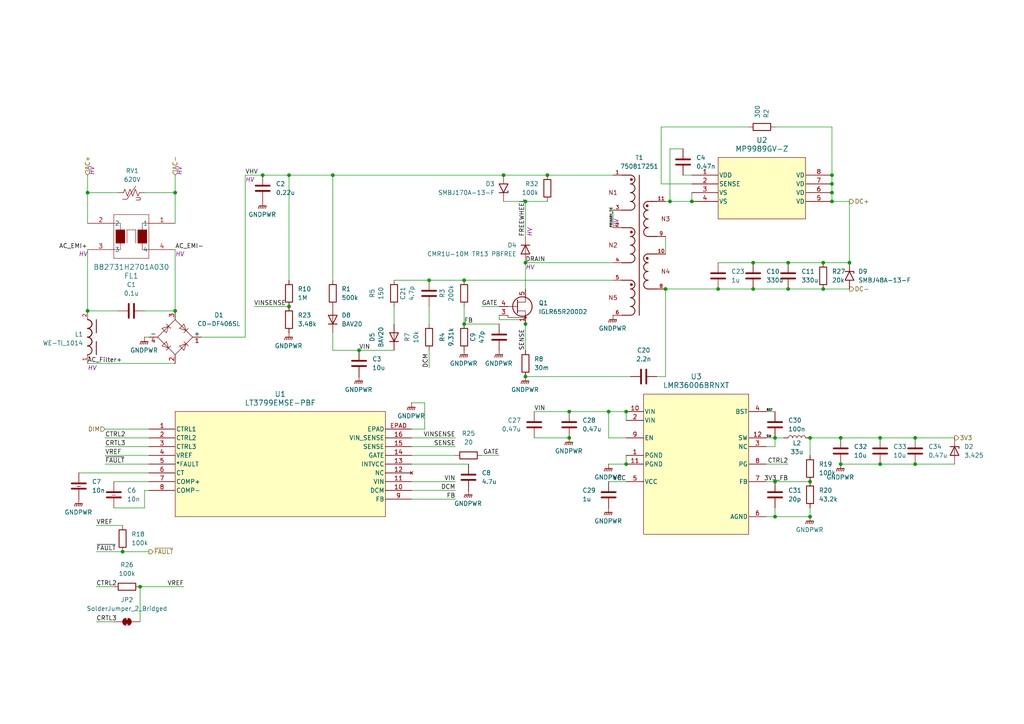
<source format=kicad_sch>
(kicad_sch (version 20250114) (generator "eeschema") (generator_version "9.0")
  (paper "A4")
  (title_block (title "Replacable LED COB Lamp") (date "2025-04-08") (rev "0") (company "WPI ECE2799 D25") (comment 1 "Raymond, Daniel") (comment 2 "Hogan, Rye") (comment 3 "Bryan, Tahje"))
  (lib_symbols
    (symbol "2024-04-12_02-42-06:LMR36006BRNXT" (pin_names (offset 0.254))
      (property "Reference" "U" (at 0 2.54 0))
      (property "Value" "LMR36006BRNXT" (at 0 0 0))
      (symbol "LMR36006BRNXT_0_1"
        (pin power_in line (at -20.32 15.24 0) (length 5.08) (name "VIN") (number "10"))
        (pin power_in line (at -20.32 12.7 0) (length 5.08) (name "VIN") (number "2"))
        (pin input line (at -20.32 7.62 0) (length 5.08) (name "EN") (number "9"))
        (pin power_in line (at -20.32 2.54 0) (length 5.08) (name "PGND") (number "1"))
        (pin power_in line (at -20.32 0 0) (length 5.08) (name "PGND") (number "11"))
        (pin power_in line (at -20.32 -5.08 0) (length 5.08) (name "VCC") (number "5"))
        (pin unspecified line (at 20.32 15.24 180) (length 5.08) (name "BST") (number "4"))
        (pin power_in line (at 20.32 7.62 180) (length 5.08) (name "SW") (number "12"))
        (pin unspecified line (at 20.32 5.08 180) (length 5.08) (name "NC") (number "3"))
        (pin open_collector line (at 20.32 0 180) (length 5.08) (name "PG") (number "8"))
        (pin input line (at 20.32 -5.08 180) (length 5.08) (name "FB") (number "7"))
        (pin power_in line (at 20.32 -15.24 180) (length 5.08) (name "AGND") (number "6"))
      )
    )
    (symbol "2025-03-24_14-38-25:LT3799EMSE-PBF" (pin_names (offset 0.254))
      (property "Reference" "U" (at 38.1 10.16 0))
      (property "Value" "LT3799EMSE-PBF" (at 38.1 7.62 0))
      (symbol "LT3799EMSE-PBF_0_1"
        (pin output line (at 0 0 0) (length 7.62) (name "CTRL1") (number "1"))
        (pin output line (at 0 -2.54 0) (length 7.62) (name "CTRL2") (number "2"))
        (pin output line (at 0 -5.08 0) (length 7.62) (name "CTRL3") (number "3"))
        (pin output line (at 0 -7.62 0) (length 7.62) (name "VREF") (number "4"))
        (pin unspecified line (at 0 -10.16 0) (length 7.62) (name "*FAULT") (number "5"))
        (pin unspecified line (at 0 -12.7 0) (length 7.62) (name "CT") (number "6"))
        (pin unspecified line (at 0 -15.24 0) (length 7.62) (name "COMP+") (number "7"))
        (pin unspecified line (at 0 -17.78 0) (length 7.62) (name "COMP-") (number "8"))
        (pin unspecified line (at 76.2 0 180) (length 7.62) (name "EPAD") (number "EPAD"))
        (pin output line (at 76.2 -2.54 180) (length 7.62) (name "VIN_SENSE") (number "16"))
        (pin input line (at 76.2 -5.08 180) (length 7.62) (name "SENSE") (number "15"))
        (pin output line (at 76.2 -7.62 180) (length 7.62) (name "GATE") (number "14"))
        (pin unspecified line (at 76.2 -10.16 180) (length 7.62) (name "INTVCC") (number "13"))
        (pin no_connect line (at 76.2 -12.7 180) (length 7.62) (name "NC") (number "12"))
        (pin input line (at 76.2 -15.24 180) (length 7.62) (name "VIN") (number "11"))
        (pin unspecified line (at 76.2 -17.78 180) (length 7.62) (name "DCM") (number "10"))
        (pin unspecified line (at 76.2 -20.32 180) (length 7.62) (name "FB") (number "9"))
      )
    )
    (symbol "2025-03-24_21-25-24:MP9989GV-Z" (pin_names (offset 0.254))
      (property "Reference" "U" (at 20.32 10.16 0))
      (property "Value" "MP9989GV-Z" (at 20.32 7.62 0))
      (symbol "MP9989GV-Z_0_1"
        (pin power_in line (at 0 0 0) (length 7.62) (name "VDD") (number "1"))
        (pin input line (at 0 -2.54 0) (length 7.62) (name "SENSE") (number "2"))
        (pin unspecified line (at 0 -5.08 0) (length 7.62) (name "VS") (number "3"))
        (pin unspecified line (at 0 -7.62 0) (length 7.62) (name "VS") (number "4"))
        (pin unspecified line (at 40.64 0 180) (length 7.62) (name "VD") (number "8"))
        (pin unspecified line (at 40.64 -2.54 180) (length 7.62) (name "VD") (number "7"))
        (pin unspecified line (at 40.64 -5.08 180) (length 7.62) (name "VD") (number "6"))
        (pin unspecified line (at 40.64 -7.62 180) (length 7.62) (name "VD") (number "5"))
      )
    )
    (symbol "2025-03-24_21-45-16:B82731H2701A030" (pin_names (offset 0.254))
      (property "Reference" "FL" (at 13.335 8.255 0))
      (property "Value" "B82731H2701A030" (at 20.32 5.08 0))
      (symbol "B82731H2701A030_0_1"
        (pin unspecified line (at 0 0 0) (length 7.62) (name "1") (number "1"))
        (pin unspecified line (at 0 -7.62 0) (length 7.62) (name "4") (number "4"))
        (pin unspecified line (at 25.4 0 180) (length 7.62) (name "2") (number "2"))
        (pin unspecified line (at 25.4 -7.62 180) (length 7.62) (name "3") (number "3"))
      )
    )
    (symbol "2025-04-05_10-38-24:IGLR65R200D2" (pin_names (offset 0) (hide yes))
      (property "Reference" "Q" (at 5.08 1.905 0))
      (property "Value" "IGLR65R200D2" (at 5.08 0 0))
      (symbol "IGLR65R200D2_1_1"
        (pin input line (at -5.08 0 0) (length 2.54) (name "G") (number "4"))
        (pin passive line (at -5.08 -2.54 0) (length 2.54) (name "SS") (number "3"))
        (pin passive line (at 2.54 5.08 270) (length 2.54) (name "D") (number "5"))
        (pin passive line (at 2.54 5.08 270) (length 2.54) (hide yes) (name "D") (number "6"))
        (pin passive line (at 2.54 5.08 270) (length 2.54) (hide yes) (name "D") (number "7"))
        (pin passive line (at 2.54 5.08 270) (length 2.54) (hide yes) (name "D") (number "8"))
        (pin passive line (at 2.54 -5.08 90) (length 2.54) (name "S") (number "1"))
        (pin passive line (at 2.54 -5.08 90) (length 2.54) (hide yes) (name "S") (number "2"))
        (pin passive line (at 2.54 -5.08 90) (length 2.54) (hide yes) (name "S") (number "9"))
      )
    )
    (symbol "750817251:750817251" (pin_names (offset 1.016))
      (property "Reference" "T1" (at 0 25.4 0))
      (property "Value" "750817251" (at 0 22.86 0))
      (symbol "750817251_0_0"
        (text "N1" (at -7.62 15.24 0) (effects (font (size 1.27 1.27))))
        (text "N2" (at -7.62 0 0) (effects (font (size 1.27 1.27))))
        (text "N5" (at -7.62 -15.24 0) (effects (font (size 1.27 1.27))))
        (text "N3" (at 7.62 7.62 0) (effects (font (size 1.27 1.27))))
        (text "N4" (at 7.62 -7.62 0) (effects (font (size 1.27 1.27))))
        (pin passive line (at -7.62 20.32 0) (length 2.54) (name "~") (number "1"))
        (pin passive line (at -7.62 10.16 0) (length 2.54) (name "~") (number "3"))
        (pin passive line (at -7.62 5.08 0) (length 2.54) (name "~") (number "2"))
        (pin passive line (at -7.62 -5.08 0) (length 2.54) (name "~") (number "4"))
        (pin passive line (at -7.62 -10.16 0) (length 2.54) (name "~") (number "5"))
        (pin passive line (at -7.62 -20.32 0) (length 2.54) (name "~") (number "6"))
        (pin passive line (at 7.62 12.7 180) (length 2.54) (name "~") (number "11"))
        (pin passive line (at 7.62 2.54 180) (length 2.54) (name "~") (number "9"))
        (pin passive line (at 7.62 -2.54 180) (length 2.54) (name "~") (number "10"))
        (pin passive line (at 7.62 -12.7 180) (length 2.54) (name "~") (number "8"))
      )
    )
    (symbol "Device:C" (pin_numbers (hide yes)) (pin_names (offset 0.254))
      (property "Reference" "C" (at 0.635 2.54 0))
      (property "Value" "C" (at 0.635 -2.54 0))
      (symbol "C_1_1"
        (pin passive line (at 0 3.81 270) (length 2.794) (name "~") (number "1"))
        (pin passive line (at 0 -3.81 90) (length 2.794) (name "~") (number "2"))
      )
    )
    (symbol "Device:D" (pin_numbers (hide yes)) (pin_names (offset 1.016) (hide yes))
      (property "Reference" "D" (at 0 2.54 0))
      (property "Value" "D" (at 0 -2.54 0))
      (symbol "D_1_1"
        (pin passive line (at -3.81 0 0) (length 2.54) (name "K") (number "1"))
        (pin passive line (at 3.81 0 180) (length 2.54) (name "A") (number "2"))
      )
    )
    (symbol "Device:D_Zener" (pin_numbers (hide yes)) (pin_names (offset 1.016) (hide yes))
      (property "Reference" "D" (at 0 2.54 0))
      (property "Value" "D_Zener" (at 0 -2.54 0))
      (symbol "D_Zener_1_1"
        (pin passive line (at -3.81 0 0) (length 2.54) (name "K") (number "1"))
        (pin passive line (at 3.81 0 180) (length 2.54) (name "A") (number "2"))
      )
    )
    (symbol "Device:L" (pin_numbers (hide yes)) (pin_names (offset 1.016) (hide yes))
      (property "Reference" "L" (at -1.27 0 90))
      (property "Value" "L" (at 1.905 0 90))
      (symbol "L_1_1"
        (pin passive line (at 0 3.81 270) (length 1.27) (name "1") (number "1"))
        (pin passive line (at 0 -3.81 90) (length 1.27) (name "2") (number "2"))
      )
    )
    (symbol "Device:R" (pin_numbers (hide yes)) (pin_names (offset 0))
      (property "Reference" "R" (at 2.032 0 90))
      (property "Value" "R" (at 0 0 90))
      (symbol "R_1_1"
        (pin passive line (at 0 3.81 270) (length 1.27) (name "~") (number "1"))
        (pin passive line (at 0 -3.81 90) (length 1.27) (name "~") (number "2"))
      )
    )
    (symbol "Device:Varistor_US" (pin_numbers (hide yes)) (pin_names (offset 0))
      (property "Reference" "RV" (at 3.175 0 90))
      (property "Value" "Varistor_US" (at -3.175 0 90))
      (symbol "Varistor_US_0_0"
        (text "U" (at -1.778 -2.032 0) (effects (font (size 1.27 1.27))))
      )
      (symbol "Varistor_US_1_1"
        (pin passive line (at 0 3.81 270) (length 1.27) (name "~") (number "1"))
        (pin passive line (at 0 -3.81 90) (length 1.27) (name "~") (number "2"))
      )
    )
    (symbol "Diode:BAV20" (pin_numbers (hide yes)) (pin_names (hide yes))
      (property "Reference" "D" (at 0 2.54 0))
      (property "Value" "BAV20" (at 0 -2.54 0))
      (symbol "BAV20_1_1"
        (pin passive line (at -3.81 0 0) (length 2.54) (name "K") (number "1"))
        (pin passive line (at 3.81 0 180) (length 2.54) (name "A") (number "2"))
      )
    )
    (symbol "Diode:SM6T6V8A" (pin_numbers (hide yes)) (pin_names (offset 1.016) (hide yes))
      (property "Reference" "D" (at 0 2.54 0))
      (property "Value" "SM6T6V8A" (at 0 -2.54 0))
      (symbol "SM6T6V8A_1_1"
        (pin passive line (at -3.81 0 0) (length 2.54) (name "A1") (number "1"))
        (pin passive line (at 3.81 0 180) (length 2.54) (name "A2") (number "2"))
      )
    )
    (symbol "Diode_Bridge:DF10S" (pin_names (offset 0))
      (property "Reference" "D1" (at 12.7 6.4202 0))
      (property "Value" "CD-DF406SL" (at 12.7 3.8802 0))
      (symbol "DF10S_1_1"
        (pin passive line (at -7.62 0 0) (length 2.54) (name "-") (number "4"))
        (pin passive line (at 0 7.62 270) (length 2.54) (name "~") (number "3"))
        (pin passive line (at 0 -7.62 90) (length 2.54) (name "~") (number "2"))
        (pin passive line (at 7.62 0 180) (length 2.54) (name "+") (number "1"))
      )
    )
    (symbol "Jumper:SolderJumper_2_Bridged" (pin_numbers (hide yes)) (pin_names (offset 0) (hide yes)) (exclude_from_sim yes) (in_bom no)
      (property "Reference" "JP" (at 0 2.032 0))
      (property "Value" "SolderJumper_2_Bridged" (at 0 -2.54 0))
      (symbol "SolderJumper_2_Bridged_1_1"
        (pin passive line (at -3.81 0 0) (length 2.54) (name "A") (number "1"))
        (pin passive line (at 3.81 0 180) (length 2.54) (name "B") (number "2"))
      )
    )
    (symbol "WE-TI_1014:WE-TI_1014" (pin_names (offset 1.016))
      (property "Reference" "L" (at 0 3.81 0))
      (property "Value" "WE-TI_1014" (at 0 -2.54 0))
      (symbol "WE-TI_1014_0_0"
        (pin passive line (at -7.62 0 0) (length 2.54) (name "~") (number "1"))
        (pin passive line (at 7.62 0 180) (length 2.54) (name "~") (number "2"))
      )
    )
    (symbol "power:GNDPWR" (power) (pin_numbers (hide yes)) (pin_names (offset 0) (hide yes))
      (property "Value" "GNDPWR" (at 0 -3.302 0))
      (symbol "GNDPWR_1_1"
        (pin power_in line (at 0 0 270) (length 0) (name "~") (number "1"))
      )
    )
  )
  (junction (at 200.66 58.42))
  (junction (at 246.38 76.2))
  (junction (at 224.79 127))
  (junction (at 228.6 76.2))
  (junction (at 83.82 88.9))
  (junction (at 241.3 50.8))
  (junction (at 243.84 134.62))
  (junction (at 208.28 83.82))
  (junction (at 104.14 101.6))
  (junction (at 25.4 55.88))
  (junction (at 241.3 58.42))
  (junction (at 234.95 139.7))
  (junction (at 50.8 55.88))
  (junction (at 238.76 76.2))
  (junction (at 152.4 76.2))
  (junction (at 176.53 119.38))
  (junction (at 194.31 58.42))
  (junction (at 234.95 149.86))
  (junction (at 152.4 58.42))
  (junction (at 243.84 127))
  (junction (at 218.44 76.2))
  (junction (at 152.4 93.98))
  (junction (at 165.1 119.38))
  (junction (at 228.6 83.82))
  (junction (at 40.64 170.18))
  (junction (at 234.95 127))
  (junction (at 181.61 134.62))
  (junction (at 134.62 93.98))
  (junction (at 134.62 81.28))
  (junction (at 193.04 83.82))
  (junction (at 224.79 149.86))
  (junction (at 50.8 90.17))
  (junction (at 76.2 50.8))
  (junction (at 265.43 127))
  (junction (at 255.27 134.62))
  (junction (at 238.76 83.82))
  (junction (at 241.3 53.34))
  (junction (at 124.46 81.28))
  (junction (at 255.27 127))
  (junction (at 83.82 50.8))
  (junction (at 152.4 109.22))
  (junction (at 181.61 119.38))
  (junction (at 218.44 83.82))
  (junction (at 241.3 55.88))
  (junction (at 146.05 50.8))
  (junction (at 158.75 50.8))
  (junction (at 224.79 139.7))
  (junction (at 25.4 90.17))
  (junction (at 96.52 50.8))
  (junction (at 35.56 160.02))
  (junction (at 265.43 134.62))
  (junction (at 165.1 127))
  (wire (pts (xy 191.77 36.83) (xy 191.77 53.34)))
  (wire (pts (xy 152.4 58.42) (xy 158.75 58.42)))
  (wire (pts (xy 243.84 134.62) (xy 255.27 134.62)))
  (wire (pts (xy 224.79 147.32) (xy 224.79 149.86)))
  (wire (pts (xy 119.38 127) (xy 132.08 127)))
  (wire (pts (xy 41.91 97.79) (xy 43.18 97.79)))
  (wire (pts (xy 22.86 137.16) (xy 43.18 137.16)))
  (wire (pts (xy 30.48 134.62) (xy 43.18 134.62)))
  (wire (pts (xy 222.25 129.54) (xy 224.79 129.54)))
  (wire (pts (xy 134.62 88.9) (xy 134.62 93.98)))
  (wire (pts (xy 33.02 147.32) (xy 41.91 147.32)))
  (wire (pts (xy 139.7 88.9) (xy 144.78 88.9)))
  (wire (pts (xy 30.48 124.46) (xy 43.18 124.46)))
  (wire (pts (xy 27.94 170.18) (xy 33.02 170.18)))
  (wire (pts (xy 246.38 58.42) (xy 246.38 76.2)))
  (wire (pts (xy 224.79 36.83) (xy 241.3 36.83)))
  (wire (pts (xy 152.4 92.71) (xy 152.4 93.98)))
  (wire (pts (xy 119.38 144.78) (xy 132.08 144.78)))
  (wire (pts (xy 119.38 116.84) (xy 123.19 116.84)))
  (wire (pts (xy 228.6 76.2) (xy 218.44 76.2)))
  (wire (pts (xy 114.3 88.9) (xy 114.3 93.98)))
  (wire (pts (xy 132.08 129.54) (xy 119.38 129.54)))
  (wire (pts (xy 41.91 147.32) (xy 41.91 142.24)))
  (wire (pts (xy 152.4 58.42) (xy 152.4 68.58)))
  (wire (pts (xy 194.31 58.42) (xy 200.66 58.42)))
  (wire (pts (xy 25.4 90.17) (xy 34.29 90.17)))
  (wire (pts (xy 71.12 97.79) (xy 71.12 50.8)))
  (wire (pts (xy 176.53 139.7) (xy 181.61 139.7)))
  (wire (pts (xy 194.31 58.42) (xy 193.04 58.42)))
  (wire (pts (xy 193.04 68.58) (xy 193.04 73.66)))
  (wire (pts (xy 104.14 101.6) (xy 114.3 101.6)))
  (wire (pts (xy 41.91 55.88) (xy 50.8 55.88)))
  (wire (pts (xy 194.31 43.18) (xy 194.31 58.42)))
  (wire (pts (xy 200.66 55.88) (xy 200.66 58.42)))
  (wire (pts (xy 123.19 124.46) (xy 119.38 124.46)))
  (wire (pts (xy 198.12 43.18) (xy 194.31 43.18)))
  (wire (pts (xy 25.4 50.8) (xy 25.4 55.88)))
  (wire (pts (xy 53.34 170.18) (xy 40.64 170.18)))
  (wire (pts (xy 222.25 127) (xy 224.79 127)))
  (wire (pts (xy 27.94 152.4) (xy 35.56 152.4)))
  (wire (pts (xy 27.94 180.34) (xy 33.02 180.34)))
  (wire (pts (xy 25.4 105.41) (xy 50.8 105.41)))
  (wire (pts (xy 181.61 119.38) (xy 181.61 121.92)))
  (wire (pts (xy 83.82 50.8) (xy 83.82 81.28)))
  (wire (pts (xy 193.04 109.22) (xy 193.04 83.82)))
  (wire (pts (xy 71.12 50.8) (xy 76.2 50.8)))
  (wire (pts (xy 238.76 76.2) (xy 228.6 76.2)))
  (wire (pts (xy 96.52 96.52) (xy 96.52 101.6)))
  (wire (pts (xy 58.42 97.79) (xy 71.12 97.79)))
  (wire (pts (xy 30.48 132.08) (xy 43.18 132.08)))
  (wire (pts (xy 146.05 50.8) (xy 158.75 50.8)))
  (wire (pts (xy 265.43 127) (xy 276.86 127)))
  (wire (pts (xy 238.76 76.2) (xy 246.38 76.2)))
  (wire (pts (xy 152.4 76.2) (xy 152.4 83.82)))
  (wire (pts (xy 119.38 139.7) (xy 132.08 139.7)))
  (wire (pts (xy 190.5 109.22) (xy 193.04 109.22)))
  (wire (pts (xy 33.02 139.7) (xy 43.18 139.7)))
  (wire (pts (xy 96.52 50.8) (xy 96.52 81.28)))
  (wire (pts (xy 193.04 83.82) (xy 208.28 83.82)))
  (wire (pts (xy 224.79 139.7) (xy 234.95 139.7)))
  (wire (pts (xy 152.4 76.2) (xy 177.8 76.2)))
  (wire (pts (xy 238.76 83.82) (xy 246.38 83.82)))
  (wire (pts (xy 234.95 147.32) (xy 234.95 149.86)))
  (wire (pts (xy 234.95 127) (xy 243.84 127)))
  (wire (pts (xy 146.05 58.42) (xy 152.4 58.42)))
  (wire (pts (xy 154.94 119.38) (xy 165.1 119.38)))
  (wire (pts (xy 241.3 55.88) (xy 241.3 58.42)))
  (wire (pts (xy 119.38 134.62) (xy 135.89 134.62)))
  (wire (pts (xy 177.8 60.96) (xy 177.8 66.04)))
  (wire (pts (xy 246.38 58.42) (xy 241.3 58.42)))
  (wire (pts (xy 114.3 81.28) (xy 124.46 81.28)))
  (wire (pts (xy 123.19 116.84) (xy 123.19 124.46)))
  (wire (pts (xy 224.79 127) (xy 227.33 127)))
  (wire (pts (xy 265.43 134.62) (xy 276.86 134.62)))
  (wire (pts (xy 27.94 160.02) (xy 35.56 160.02)))
  (wire (pts (xy 165.1 119.38) (xy 176.53 119.38)))
  (wire (pts (xy 73.66 88.9) (xy 83.82 88.9)))
  (wire (pts (xy 124.46 81.28) (xy 134.62 81.28)))
  (wire (pts (xy 152.4 109.22) (xy 182.88 109.22)))
  (wire (pts (xy 124.46 101.6) (xy 124.46 106.68)))
  (wire (pts (xy 144.78 91.44) (xy 144.78 92.71)))
  (wire (pts (xy 198.12 50.8) (xy 200.66 50.8)))
  (wire (pts (xy 176.53 134.62) (xy 181.61 134.62)))
  (wire (pts (xy 30.48 127) (xy 43.18 127)))
  (wire (pts (xy 158.75 50.8) (xy 177.8 50.8)))
  (wire (pts (xy 224.79 139.7) (xy 222.25 139.7)))
  (wire (pts (xy 119.38 132.08) (xy 132.08 132.08)))
  (wire (pts (xy 218.44 76.2) (xy 208.28 76.2)))
  (wire (pts (xy 241.3 50.8) (xy 241.3 53.34)))
  (wire (pts (xy 255.27 134.62) (xy 265.43 134.62)))
  (wire (pts (xy 41.91 90.17) (xy 50.8 90.17)))
  (wire (pts (xy 96.52 50.8) (xy 146.05 50.8)))
  (wire (pts (xy 222.25 119.38) (xy 224.79 119.38)))
  (wire (pts (xy 255.27 127) (xy 265.43 127)))
  (wire (pts (xy 41.91 142.24) (xy 43.18 142.24)))
  (wire (pts (xy 152.4 93.98) (xy 152.4 101.6)))
  (wire (pts (xy 154.94 127) (xy 165.1 127)))
  (wire (pts (xy 208.28 83.82) (xy 218.44 83.82)))
  (wire (pts (xy 83.82 50.8) (xy 96.52 50.8)))
  (wire (pts (xy 76.2 50.8) (xy 83.82 50.8)))
  (wire (pts (xy 181.61 132.08) (xy 181.61 134.62)))
  (wire (pts (xy 50.8 55.88) (xy 50.8 50.8)))
  (wire (pts (xy 234.95 127) (xy 234.95 132.08)))
  (wire (pts (xy 50.8 90.17) (xy 50.8 72.39)))
  (wire (pts (xy 134.62 81.28) (xy 177.8 81.28)))
  (wire (pts (xy 241.3 36.83) (xy 241.3 50.8)))
  (wire (pts (xy 241.3 53.34) (xy 241.3 55.88)))
  (wire (pts (xy 243.84 127) (xy 255.27 127)))
  (wire (pts (xy 25.4 55.88) (xy 25.4 64.77)))
  (wire (pts (xy 50.8 55.88) (xy 50.8 64.77)))
  (wire (pts (xy 144.78 92.71) (xy 152.4 92.71)))
  (wire (pts (xy 25.4 72.39) (xy 25.4 90.17)))
  (wire (pts (xy 96.52 101.6) (xy 104.14 101.6)))
  (wire (pts (xy 228.6 83.82) (xy 238.76 83.82)))
  (wire (pts (xy 30.48 129.54) (xy 43.18 129.54)))
  (wire (pts (xy 224.79 149.86) (xy 234.95 149.86)))
  (wire (pts (xy 224.79 129.54) (xy 224.79 127)))
  (wire (pts (xy 176.53 119.38) (xy 176.53 127)))
  (wire (pts (xy 222.25 149.86) (xy 224.79 149.86)))
  (wire (pts (xy 217.17 36.83) (xy 191.77 36.83)))
  (wire (pts (xy 25.4 55.88) (xy 34.29 55.88)))
  (wire (pts (xy 144.78 132.08) (xy 139.7 132.08)))
  (wire (pts (xy 134.62 93.98) (xy 144.78 93.98)))
  (wire (pts (xy 176.53 127) (xy 181.61 127)))
  (wire (pts (xy 132.08 142.24) (xy 119.38 142.24)))
  (wire (pts (xy 40.64 170.18) (xy 40.64 180.34)))
  (wire (pts (xy 124.46 88.9) (xy 124.46 93.98)))
  (wire (pts (xy 218.44 83.82) (xy 228.6 83.82)))
  (wire (pts (xy 35.56 160.02) (xy 43.18 160.02)))
  (wire (pts (xy 176.53 119.38) (xy 181.61 119.38)))
  (wire (pts (xy 191.77 53.34) (xy 200.66 53.34)))
  (wire (pts (xy 228.6 134.62) (xy 222.25 134.62)))
  (label "~{FAULT}" (at 30.48 134.62 0))
  (label "VIN" (at 104.14 101.6 0))
  (label "VINSENSE" (at 132.08 127 180))
  (label "VHV" (at 71.12 50.8 0) (property "Netclass" "HV" (at 71.12 52.07 0) (effects (font (italic yes)) (justify left))))
  (label "GATE" (at 139.7 88.9 0))
  (label "SENSE" (at 132.08 129.54 180))
  (label "CRTL3" (at 27.94 180.34 0))
  (label "VINSENSE" (at 73.66 88.9 0))
  (label "AC_Filter+" (at 25.4 105.41 0) (property "Netclass" "HV" (at 25.4 106.68 0) (effects (font (italic yes)) (justify left))))
  (label "DRAIN" (at 152.4 76.2 0) (property "Netclass" "HV" (at 152.4 77.47 0) (effects (font (italic yes)) (justify left))))
  (label "CTRL2" (at 30.48 127 0))
  (label "3V3_FB" (at 228.6 139.7 180))
  (label "PRIMARY_TIE" (at 177.8 66.04 90) (effects (font (size 0.635 0.635))) (property "Netclass" "HV" (at 178.7525 66.04 90) (effects (font (italic yes)) (justify left))))
  (label "FB" (at 134.62 93.98 0))
  (label "CTRL2" (at 228.6 134.62 180))
  (label "FB" (at 132.08 144.78 180))
  (label "CTRL2" (at 27.94 170.18 0))
  (label "~{FAULT}" (at 27.94 160.02 0))
  (label "CRTL3" (at 30.48 129.54 0))
  (label "DCM" (at 132.08 142.24 180))
  (label "VREF" (at 27.94 152.4 0))
  (label "FREEWHEEL" (at 152.4 68.58 90) (property "Netclass" "HV" (at 153.67 68.58 90) (effects (font (italic yes)) (justify left))))
  (label "AC_EMI+" (at 25.4 72.39 180) (property "Netclass" "HV" (at 25.4 73.66 0) (effects (font (italic yes)) (justify right))))
  (label "DCM" (at 124.46 106.68 90))
  (label "GATE" (at 144.78 132.08 180))
  (label "SW" (at 222.25 127 0) (effects (font (size 0.635 0.635))))
  (label "SENSE" (at 152.4 101.6 90))
  (label "VIN" (at 132.08 139.7 180))
  (label "VREF" (at 30.48 132.08 0))
  (label "AC_EMI-" (at 50.8 72.39 0) (property "Netclass" "HV" (at 50.8 73.66 0) (effects (font (italic yes)) (justify left))))
  (label "VIN" (at 154.94 119.38 0))
  (label "VREF" (at 53.34 170.18 180))
  (label "VCC" (at 181.61 139.7 180))
  (label "BST" (at 222.25 119.38 0) (effects (font (size 0.635 0.635))))
  (hierarchical_label "DC-" (shape output) (at 246.38 83.82 0))
  (hierarchical_label "~{FAULT}" (shape output) (at 43.18 160.02 0))
  (hierarchical_label "DIM" (shape input) (at 30.48 124.46 180))
  (hierarchical_label "AC-" (shape input) (at 50.8 50.8 90) (property "Netclass" "HV" (at 52.07 50.8 90) (effects (font (italic yes)) (justify left))))
  (hierarchical_label "AC+" (shape input) (at 25.4 50.8 90) (property "Netclass" "HV" (at 26.67 50.8 90) (effects (font (italic yes)) (justify left))))
  (hierarchical_label "DC+" (shape output) (at 246.38 58.42 0))
  (hierarchical_label "3V3" (shape output) (at 276.86 127 0))
  (symbol (lib_id "power:GNDPWR") (at 176.53 134.62 0) (unit 1)
    (property "Reference" "#PWR033" (effects (hide yes)))
    (property "Value" "GNDPWR" (at 176.403 138.43 0))
    (property "Description" "Power symbol creates a global label with name \"GNDPWR\" , global ground" (effects (hide yes)))
  )
  (symbol (lib_id "Device:C") (at 265.43 130.81 180) (unit 1)
    (property "Reference" "C34" (at 269.24 129.54 0) (effects (justify right)))
    (property "Value" "0.47u" (at 269.24 132.08 0) (effects (justify right)))
    (property "Footprint" "Capacitor_SMD:C_0805_2012Metric" (effects (hide yes)))
  )
  (symbol (lib_id "Device:C") (at 198.12 46.99 0) (unit 1)
    (property "Reference" "C4" (at 201.93 45.7199 0) (effects (justify left)))
    (property "Value" "0.47n" (at 201.93 48.2599 0) (effects (justify left)))
    (property "Footprint" "Capacitor_SMD:C_0603_1608Metric" (effects (hide yes)))
    (property "Description" "Unpolarized capacitor" (effects (hide yes)))
  )
  (symbol (lib_id "Device:C") (at 76.2 54.61 0) (unit 1)
    (property "Reference" "C2" (at 80.01 53.3399 0) (effects (justify left)))
    (property "Value" "0.22u" (at 80.01 55.8799 0) (effects (justify left)))
    (property "Footprint" "Capacitor_THT:C_Rect_L18.0mm_W9.0mm_P15.00mm_FKS3_FKP3" (effects (hide yes)))
    (property "Datasheet" "https://www.we-online.com/components/products/datasheet/890414025003CS.pdf" (effects (hide yes)))
    (property "Description" "Unpolarized capacitor" (effects (hide yes)))
    (property "Part Number" "732-890414025003CS-ND" (effects (hide yes)))
  )
  (symbol (lib_id "Device:R") (at 234.95 135.89 0) (unit 1)
    (property "Reference" "R19" (at 237.49 134.62 0) (effects (justify left)))
    (property "Value" "100k" (at 237.49 137.16 0) (effects (justify left)))
    (property "Footprint" "Resistor_SMD:R_0603_1608Metric" (effects (hide yes)))
  )
  (symbol (lib_id "750817251:750817251") (at 185.42 71.12 0) (unit 1)
    (property "Reference" "T1" (at 185.42 45.72 0))
    (property "Value" "750817251" (at 185.42 48.26 0))
    (property "Footprint" "750817251:WE-OLLT_ER28_14_L31W31H25_PAD1.6" (effects (hide yes)))
    (property "Datasheet" "https://www.we-online.com/components/products/datasheet/750817251.pdf" (effects (hide yes)))
  )
  (symbol (lib_id "Diode_Bridge:DF10S") (at 50.8 97.79 0) (unit 1)
    (property "Reference" "D1" (at 63.5 91.3698 0))
    (property "Value" "CD-DF406SL" (at 63.5 93.9098 0))
    (property "Footprint" "Diode_SMD:Diode_Bridge_Bourns_CD-DF4xxS" (effects (hide yes)))
    (property "Datasheet" "https://www.bourns.com/docs/Product-Datasheets/CD-DF4xxSL.pdf" (effects (hide yes)))
    (property "Description" "Bridge Rectifier, 600V VRPM, 4A If" (effects (hide yes)))
  )
  (symbol (lib_id "Device:R") (at 35.56 156.21 180) (unit 1)
    (property "Reference" "R18" (at 38.1 154.9399 0) (effects (justify right)))
    (property "Value" "100k" (at 38.1 157.4799 0) (effects (justify right)))
    (property "Footprint" "Resistor_SMD:R_0603_1608Metric" (effects (hide yes)))
    (property "Description" "Resistor" (effects (hide yes)))
  )
  (symbol (lib_id "Device:C") (at 218.44 80.01 0) (unit 1)
    (property "Reference" "C10" (at 222.25 78.7399 0) (effects (justify left)))
    (property "Value" "330u" (at 222.25 81.2799 0) (effects (justify left)))
    (property "Footprint" "Capacitor_THT:CP_Radial_D12.5mm_P5.00mm" (effects (hide yes)))
    (property "Datasheet" "https://www.nichicon.co.jp/english/series_items/catalog_pdf/e-ubt.pdf" (effects (hide yes)))
    (property "Description" "Unpolarized capacitor" (effects (hide yes)))
    (property "Part Number" "UBT1J331MHD8-ND" (effects (hide yes)))
  )
  (symbol (lib_id "Device:C") (at 208.28 80.01 0) (unit 1)
    (property "Reference" "C23" (at 212.09 78.7399 0) (effects (justify left)))
    (property "Value" "1u" (at 212.09 81.2799 0) (effects (justify left)))
    (property "Footprint" "Capacitor_SMD:C_1206_3216Metric" (effects (hide yes)))
    (property "Description" "Unpolarized capacitor" (effects (hide yes)))
  )
  (symbol (lib_id "Device:R") (at 152.4 105.41 0) (unit 1)
    (property "Reference" "R8" (at 154.94 104.1399 0) (effects (justify left)))
    (property "Value" "30m" (at 154.94 106.6799 0) (effects (justify left)))
    (property "Footprint" "Resistor_SMD:R_1206_3216Metric" (effects (hide yes)))
    (property "Description" "Resistor" (effects (hide yes)))
  )
  (symbol (lib_id "Device:C") (at 228.6 80.01 0) (unit 1)
    (property "Reference" "C11" (at 232.41 78.7399 0) (effects (justify left)))
    (property "Value" "330u" (at 232.41 81.2799 0) (effects (justify left)))
    (property "Footprint" "Capacitor_THT:CP_Radial_D12.5mm_P5.00mm" (effects (hide yes)))
    (property "Datasheet" "https://www.nichicon.co.jp/english/series_items/catalog_pdf/e-ubt.pdf" (effects (hide yes)))
    (property "Description" "Unpolarized capacitor" (effects (hide yes)))
    (property "Part Number" "UBT1J331MHD8-ND" (effects (hide yes)))
  )
  (symbol (lib_id "Diode:SM6T6V8A") (at 146.05 54.61 270) (mirror x) (unit 1)
    (property "Reference" "D3" (at 143.51 53.3399 90) (effects (justify right)))
    (property "Value" "SMBJ170A-13-F" (at 143.51 55.8799 90) (effects (justify right)))
    (property "Footprint" "Diode_SMD:D_SMB" (effects (hide yes)))
    (property "Datasheet" "https://www.diodes.com/assets/Datasheets/ds19002.pdf" (effects (hide yes)))
    (property "Description" "600W unidirectional Transil Transient Voltage Suppressor, 170Vrwm, DO-214AA" (effects (hide yes)))
    (property "Part Number" "118-CD-DF406SLCT-ND" (effects (hide yes)))
  )
  (symbol (lib_id "power:GNDPWR") (at 119.38 116.84 0) (unit 1)
    (property "Reference" "#PWR045" (effects (hide yes)))
    (property "Value" "GNDPWR" (at 119.253 120.65 0))
    (property "Description" "Power symbol creates a global label with name \"GNDPWR\" , global ground" (effects (hide yes)))
  )
  (symbol (lib_id "Device:R") (at 96.52 85.09 0) (unit 1)
    (property "Reference" "R1" (at 99.06 83.8199 0) (effects (justify left)))
    (property "Value" "500k" (at 99.06 86.3599 0) (effects (justify left)))
    (property "Footprint" "Resistor_SMD:R_1812_4532Metric" (effects (hide yes)))
    (property "Description" "Resistor" (effects (hide yes)))
  )
  (symbol (lib_id "power:GNDPWR") (at 135.89 142.24 0) (unit 1)
    (property "Reference" "#PWR043" (effects (hide yes)))
    (property "Value" "GNDPWR" (at 135.763 146.05 0))
    (property "Description" "Power symbol creates a global label with name \"GNDPWR\" , global ground" (effects (hide yes)))
  )
  (symbol (lib_id "Device:R") (at 158.75 54.61 0) (mirror y) (unit 1)
    (property "Reference" "R32" (at 156.21 53.3399 0) (effects (justify left)))
    (property "Value" "100k" (at 156.21 55.8799 0) (effects (justify left)))
    (property "Footprint" "Resistor_SMD:R_1812_4532Metric" (effects (hide yes)))
    (property "Description" "Resistor" (effects (hide yes)))
  )
  (symbol (lib_id "Device:C") (at 165.1 123.19 180) (unit 1)
    (property "Reference" "C28" (at 168.91 121.9199 0) (effects (justify right)))
    (property "Value" "0.47u" (at 168.91 124.4599 0) (effects (justify right)))
    (property "Footprint" "Capacitor_SMD:C_0805_2012Metric" (effects (hide yes)))
  )
  (symbol (lib_id "power:GNDPWR") (at 165.1 127 0) (unit 1)
    (property "Reference" "#PWR032" (effects (hide yes)))
    (property "Value" "GNDPWR" (at 164.973 130.81 0))
    (property "Description" "Power symbol creates a global label with name \"GNDPWR\" , global ground" (effects (hide yes)))
  )
  (symbol (lib_id "Device:R") (at 114.3 85.09 180) (unit 1)
    (property "Reference" "R5" (at 107.95 85.09 90))
    (property "Value" "150" (at 110.49 85.09 90))
    (property "Footprint" "Resistor_SMD:R_0603_1608Metric" (effects (hide yes)))
    (property "Description" "Resistor" (effects (hide yes)))
  )
  (symbol (lib_id "Device:D_Zener") (at 276.86 130.81 270) (unit 1)
    (property "Reference" "D2" (at 279.654 129.54 90) (effects (justify left)))
    (property "Value" "3.425" (at 279.654 132.08 90) (effects (justify left)))
    (property "Footprint" "Diode_SMD:D_0603_1608Metric" (effects (hide yes)))
    (property "Datasheet" "https://www.vishay.com/docs/84830/plzseries.pdf" (effects (hide yes)))
  )
  (symbol (lib_id "power:GNDPWR") (at 176.53 147.32 0) (unit 1)
    (property "Reference" "#PWR034" (effects (hide yes)))
    (property "Value" "GNDPWR" (at 176.403 151.13 0))
    (property "Description" "Power symbol creates a global label with name \"GNDPWR\" , global ground" (effects (hide yes)))
  )
  (symbol (lib_id "power:GNDPWR") (at 152.4 109.22 0) (unit 1)
    (property "Reference" "#PWR039" (effects (hide yes)))
    (property "Value" "GNDPWR" (at 152.273 113.03 0))
    (property "Description" "Power symbol creates a global label with name \"GNDPWR\" , global ground" (effects (hide yes)))
  )
  (symbol (lib_id "Device:Varistor_US") (at 38.1 55.88 90) (unit 1)
    (property "Reference" "RV1" (at 38.3568 49.53 90))
    (property "Value" "620V" (at 38.3568 52.07 90))
    (property "Footprint" "Varistor:RV_Disc_D12mm_W7.5mm_P7.5mm" (effects (hide yes)))
    (property "Datasheet" "https://www.we-online.com/components/products/datasheet/820513811.pdf" (effects (hide yes)))
    (property "Description" "Voltage dependent resistor, US symbol" (effects (hide yes)))
    (property "Sim.Name" "kicad_builtin_varistor" (effects (hide yes)))
    (property "Sim.Device" "SUBCKT" (effects (hide yes)))
    (property "Sim.Pins" "1=A 2=B" (effects (hide yes)))
    (property "Sim.Params" "threshold=1k" (effects (hide yes)))
    (property "Sim.Library" "${KICAD7_SYMBOL_DIR}/Simulation_SPICE.sp" (effects (hide yes)))
  )
  (symbol (lib_id "Device:R") (at 220.98 36.83 270) (mirror x) (unit 1)
    (property "Reference" "R2" (at 222.2501 34.29 0) (effects (justify left)))
    (property "Value" "300" (at 219.7101 34.29 0) (effects (justify left)))
    (property "Footprint" "Resistor_SMD:R_0603_1608Metric" (effects (hide yes)))
    (property "Description" "Resistor" (effects (hide yes)))
  )
  (symbol (lib_id "power:GNDPWR") (at 104.14 109.22 0) (unit 1)
    (property "Reference" "#PWR038" (effects (hide yes)))
    (property "Value" "GNDPWR" (at 104.013 113.03 0))
    (property "Description" "Power symbol creates a global label with name \"GNDPWR\" , global ground" (effects (hide yes)))
  )
  (symbol (lib_id "power:GNDPWR") (at 41.91 97.79 0) (unit 1)
    (property "Reference" "#PWR016" (effects (hide yes)))
    (property "Value" "GNDPWR" (at 41.783 101.6 0))
    (property "Description" "Power symbol creates a global label with name \"GNDPWR\" , global ground" (effects (hide yes)))
  )
  (symbol (lib_id "Device:R") (at 238.76 80.01 0) (unit 1)
    (property "Reference" "R27" (at 241.3 78.7399 0) (effects (justify left)))
    (property "Value" "20k" (at 241.3 81.2799 0) (effects (justify left)))
    (property "Footprint" "Resistor_SMD:R_1206_3216Metric" (effects (hide yes)))
    (property "Description" "Resistor" (effects (hide yes)))
  )
  (symbol (lib_id "Device:C") (at 154.94 123.19 180) (unit 1)
    (property "Reference" "C27" (at 151.13 121.9199 0) (effects (justify left)))
    (property "Value" "0.47u" (at 151.13 124.4599 0) (effects (justify left)))
    (property "Footprint" "Capacitor_SMD:C_0805_2012Metric" (effects (hide yes)))
  )
  (symbol (lib_id "Jumper:SolderJumper_2_Bridged") (at 36.83 180.34 0) (unit 1) (exclude_from_sim yes) (in_bom no)
    (property "Reference" "JP2" (at 36.83 173.99 0))
    (property "Value" "SolderJumper_2_Bridged" (at 36.83 176.53 0))
    (property "Footprint" "Jumper:SolderJumper-2_P1.3mm_Bridged2Bar_RoundedPad1.0x1.5mm" (effects (hide yes)))
    (property "Description" "Solder Jumper, 2-pole, closed/bridged" (effects (hide yes)))
  )
  (symbol (lib_id "Device:R") (at 234.95 143.51 0) (unit 1)
    (property "Reference" "R20" (at 237.49 142.24 0) (effects (justify left)))
    (property "Value" "43.2k" (at 237.49 144.78 0) (effects (justify left)))
    (property "Footprint" "Resistor_SMD:R_0603_1608Metric" (effects (hide yes)))
  )
  (symbol (lib_id "Device:C") (at 33.02 143.51 0) (unit 1)
    (property "Reference" "C6" (at 36.83 142.2399 0) (effects (justify left)))
    (property "Value" "10n" (at 36.83 144.7799 0) (effects (justify left)))
    (property "Footprint" "Capacitor_SMD:C_0603_1608Metric" (effects (hide yes)))
    (property "Description" "Unpolarized capacitor" (effects (hide yes)))
    (property "Part Number" "-" (at 33.02 143.51 0))
  )
  (symbol (lib_id "2025-04-05_10-38-24:IGLR65R200D2") (at 149.86 88.9 0) (unit 1)
    (property "Reference" "Q1" (at 156.21 87.8839 0) (effects (justify left)))
    (property "Value" "IGLR65R200D2" (at 156.21 90.4239 0) (effects (justify left)))
    (property "Footprint" "PG-TSON-8-8:PG-TSON-8-8" (effects (hide yes)))
    (property "Datasheet" "https://www.infineon.com/dgdl/Infineon-IGLR65R200D2-DataSheet-v01_00-EN.pdf?fileId=8ac78c8c8eeb092c018f0a2bd2ac726f" (effects (hide yes)))
    (property "Description" "9.2A Id, 650V Vds, 200mOhm, N-Channel GaN MOSFET, TSON-8" (effects (hide yes)))
    (property "Sim.Library" "IGLR65R200D2/Simulation/Infineon-CoolGaN_Transistors_650_V_G5_SPICE-SimulationModels-v01_00-EN/CoolGaN Transistor 650 V G5 - Spice.lib" (effects (hide yes)))
    (property "Sim.Name" "IGLR65R200D2_L1" (effects (hide yes)))
    (property "Sim.Device" "SUBCKT" (effects (hide yes)))
    (property "Sim.Pins" "1=drain 2=gate 3=source 4=source_sense" (effects (hide yes)))
  )
  (symbol (lib_id "Device:R") (at 134.62 85.09 180) (unit 1)
    (property "Reference" "R3" (at 128.27 85.09 90))
    (property "Value" "200k" (at 130.81 85.09 90))
    (property "Footprint" "Resistor_SMD:R_0603_1608Metric" (effects (hide yes)))
    (property "Description" "Resistor" (effects (hide yes)))
  )
  (symbol (lib_id "Diode:BAV20") (at 114.3 97.79 90) (unit 1)
    (property "Reference" "D5" (at 107.95 97.79 0))
    (property "Value" "BAV20" (at 110.49 97.79 0))
    (property "Footprint" "Diode_SMD:D_SOD-123" (effects (hide yes)))
    (property "Datasheet" "https://www.diodes.com/assets/Datasheets/BAV19W-BAV21W.pdf" (effects (hide yes)))
    (property "Description" "150V 0.25A Small Signal Switching Diode, High Voltage, DO-35" (effects (hide yes)))
    (property "Sim.Device" "D" (effects (hide yes)))
    (property "Sim.Pins" "1=K 2=A" (effects (hide yes)))
  )
  (symbol (lib_id "Device:R") (at 36.83 170.18 270) (unit 1)
    (property "Reference" "R26" (at 36.83 163.83 90))
    (property "Value" "100k" (at 36.83 166.37 90))
    (property "Footprint" "Resistor_SMD:R_0603_1608Metric" (effects (hide yes)))
    (property "Description" "Resistor" (effects (hide yes)))
  )
  (symbol (lib_id "Device:C") (at 144.78 97.79 180) (unit 1)
    (property "Reference" "C9" (at 137.16 97.79 90))
    (property "Value" "47p" (at 139.7 97.79 90))
    (property "Footprint" "Capacitor_SMD:C_0603_1608Metric" (effects (hide yes)))
    (property "Description" "Unpolarized capacitor" (effects (hide yes)))
  )
  (symbol (lib_id "Device:C") (at 224.79 123.19 0) (unit 1)
    (property "Reference" "C30" (at 228.6 121.92 0) (effects (justify left)))
    (property "Value" "100n" (at 228.6 124.46 0) (effects (justify left)))
    (property "Footprint" "Capacitor_SMD:C_0603_1608Metric" (effects (hide yes)))
  )
  (symbol (lib_id "power:GNDPWR") (at 134.62 101.6 0) (unit 1)
    (property "Reference" "#PWR040" (effects (hide yes)))
    (property "Value" "GNDPWR" (at 134.493 105.41 0))
    (property "Description" "Power symbol creates a global label with name \"GNDPWR\" , global ground" (effects (hide yes)))
  )
  (symbol (lib_id "power:GNDPWR") (at 243.84 134.62 0) (unit 1)
    (property "Reference" "#PWR037" (effects (hide yes)))
    (property "Value" "GNDPWR" (at 243.713 138.43 0))
    (property "Description" "Power symbol creates a global label with name \"GNDPWR\" , global ground" (effects (hide yes)))
  )
  (symbol (lib_id "Device:L") (at 231.14 127 90) (unit 1)
    (property "Reference" "L2" (at 231.14 128.524 90))
    (property "Value" "33u" (at 231.14 131.064 90))
    (property "Footprint" "Inductor_SMD:L_Wuerth_MAPI-3015" (effects (hide yes)))
    (property "Datasheet" "https://www.we-online.com/components/products/datasheet/74438335330.pdf" (effects (hide yes)))
  )
  (symbol (lib_id "Device:C") (at 186.69 109.22 90) (unit 1)
    (property "Reference" "C20" (at 186.69 101.6 90))
    (property "Value" "2.2n" (at 186.69 104.14 90))
    (property "Footprint" "Capacitor_THT:C_Disc_D11.0mm_W5.0mm_P10.00mm" (effects (hide yes)))
    (property "Datasheet" "https://www.vishay.com/docs/23102/440lseries.pdf" (effects (hide yes)))
    (property "Description" "Unpolarized capacitor" (effects (hide yes)))
    (property "Part Number" "BC3229-ND" (effects (hide yes)))
  )
  (symbol (lib_id "WE-TI_1014:WE-TI_1014") (at 25.4 97.79 270) (mirror x) (unit 1)
    (property "Reference" "L1" (at 24.13 96.9644 90) (effects (justify right)))
    (property "Value" "WE-TI_1014" (at 24.13 99.5044 90) (effects (justify right)))
    (property "Footprint" "7447480102:WE-TI_1014" (effects (hide yes)))
    (property "Datasheet" "https://www.we-online.com/components/products/datasheet/7447480102.pdf" (effects (hide yes)))
  )
  (symbol (lib_id "Device:C") (at 22.86 140.97 0) (unit 1)
    (property "Reference" "C7" (at 26.67 139.6999 0) (effects (justify left)))
    (property "Value" "10n" (at 26.67 142.2399 0) (effects (justify left)))
    (property "Footprint" "Capacitor_SMD:C_0603_1608Metric" (effects (hide yes)))
    (property "Description" "Unpolarized capacitor" (effects (hide yes)))
    (property "Part Number" "-" (at 22.86 140.97 0))
  )
  (symbol (lib_id "Device:C") (at 243.84 130.81 0) (unit 1)
    (property "Reference" "C32" (at 247.65 129.54 0) (effects (justify left)))
    (property "Value" "10u" (at 247.65 132.08 0) (effects (justify left)))
    (property "Footprint" "Capacitor_SMD:C_1206_3216Metric" (effects (hide yes)))
  )
  (symbol (lib_id "Diode:BAV20") (at 96.52 92.71 90) (unit 1)
    (property "Reference" "D8" (at 99.06 91.4399 90) (effects (justify right)))
    (property "Value" "BAV20" (at 99.06 93.9799 90) (effects (justify right)))
    (property "Footprint" "Diode_SMD:D_SOD-123" (effects (hide yes)))
    (property "Datasheet" "https://www.diodes.com/assets/Datasheets/BAV19W-BAV21W.pdf" (effects (hide yes)))
    (property "Description" "150V 0.25A Small Signal Switching Diode, High Voltage, DO-35" (effects (hide yes)))
    (property "Sim.Device" "D" (effects (hide yes)))
    (property "Sim.Pins" "1=K 2=A" (effects (hide yes)))
  )
  (symbol (lib_id "Device:C") (at 38.1 90.17 90) (unit 1)
    (property "Reference" "C1" (at 38.1 82.55 90))
    (property "Value" "0.1u" (at 38.1 85.09 90))
    (property "Footprint" "Capacitor_THT:C_Rect_L13.0mm_W8.0mm_P10.00mm_FKS3_FKP3_MKS4" (effects (hide yes)))
    (property "Datasheet" "https://www.we-online.com/components/products/datasheet/890334023023CS.pdf" (effects (hide yes)))
    (property "Description" "Unpolarized capacitor" (effects (hide yes)))
    (property "Part Number" "732-5733-ND" (effects (hide yes)))
  )
  (symbol (lib_id "Device:R") (at 134.62 97.79 180) (unit 1)
    (property "Reference" "R4" (at 128.27 97.79 90))
    (property "Value" "9.31k" (at 130.81 97.79 90))
    (property "Footprint" "Resistor_SMD:R_0603_1608Metric" (effects (hide yes)))
    (property "Description" "Resistor" (effects (hide yes)))
  )
  (symbol (lib_id "Device:C") (at 135.89 138.43 180) (unit 1)
    (property "Reference" "C8" (at 139.7 137.1599 0) (effects (justify right)))
    (property "Value" "4.7u" (at 139.7 139.6999 0) (effects (justify right)))
    (property "Footprint" "Capacitor_SMD:C_0805_2012Metric" (effects (hide yes)))
    (property "Description" "Unpolarized capacitor" (effects (hide yes)))
  )
  (symbol (lib_id "2024-04-12_02-42-06:LMR36006BRNXT") (at 201.93 134.62 0) (unit 1)
    (property "Reference" "U3" (at 201.93 109.22 0) (effects (font (size 1.524 1.524))))
    (property "Value" "LMR36006BRNXT" (at 201.93 111.76 0) (effects (font (size 1.524 1.524))))
    (property "Footprint" "LMR36006:LMR36006" (effects (hide yes)))
    (property "Datasheet" "https://www.ti.com/lit/ds/symlink/lmr36006.pdf" (effects (hide yes)))
  )
  (symbol (lib_id "Device:C") (at 124.46 85.09 180) (unit 1)
    (property "Reference" "C21" (at 116.84 85.09 90))
    (property "Value" "4.7p" (at 119.38 85.09 90))
    (property "Footprint" "Capacitor_SMD:C_0603_1608Metric" (effects (hide yes)))
    (property "Description" "Unpolarized capacitor" (effects (hide yes)))
  )
  (symbol (lib_id "Device:C") (at 255.27 130.81 0) (unit 1)
    (property "Reference" "C33" (at 259.08 129.54 0) (effects (justify left)))
    (property "Value" "10u" (at 259.08 132.08 0) (effects (justify left)))
    (property "Footprint" "Capacitor_SMD:C_1206_3216Metric" (effects (hide yes)))
  )
  (symbol (lib_id "power:GNDPWR") (at 144.78 101.6 0) (unit 1)
    (property "Reference" "#PWR041" (effects (hide yes)))
    (property "Value" "GNDPWR" (at 144.653 105.41 0))
    (property "Description" "Power symbol creates a global label with name \"GNDPWR\" , global ground" (effects (hide yes)))
  )
  (symbol (lib_id "Device:R") (at 135.89 132.08 90) (unit 1)
    (property "Reference" "R25" (at 135.89 125.73 90))
    (property "Value" "20" (at 135.89 128.27 90))
    (property "Footprint" "Resistor_SMD:R_0603_1608Metric" (effects (hide yes)))
    (property "Description" "Resistor" (effects (hide yes)))
  )
  (symbol (lib_id "Device:R") (at 83.82 85.09 0) (unit 1)
    (property "Reference" "R10" (at 86.36 83.8199 0) (effects (justify left)))
    (property "Value" "1M" (at 86.36 86.3599 0) (effects (justify left)))
    (property "Footprint" "Resistor_SMD:R_1812_4532Metric" (effects (hide yes)))
    (property "Description" "Resistor" (effects (hide yes)))
  )
  (symbol (lib_id "2025-03-24_21-45-16:B82731H2701A030") (at 50.8 64.77 0) (mirror y) (unit 1)
    (property "Reference" "FL1" (at 38.1 80.01 0) (effects (font (size 1.524 1.524))))
    (property "Value" "B82731H2701A030" (at 38.1 77.47 0) (effects (font (size 1.524 1.524))))
    (property "Footprint" "B82731H2701A030:B82731H_EPC" (effects (hide yes)))
    (property "Datasheet" "https://www.tdk-electronics.tdk.com/inf/30/db/ind_2008/b82731m_h.pdf" (effects (hide yes)))
  )
  (symbol (lib_id "Device:R") (at 83.82 92.71 0) (unit 1)
    (property "Reference" "R23" (at 86.36 91.4399 0) (effects (justify left)))
    (property "Value" "3.48k" (at 86.36 93.9799 0) (effects (justify left)))
    (property "Footprint" "Resistor_SMD:R_0603_1608Metric" (effects (hide yes)))
    (property "Description" "Resistor" (effects (hide yes)))
  )
  (symbol (lib_id "2025-03-24_21-25-24:MP9989GV-Z") (at 200.66 50.8 0) (unit 1)
    (property "Reference" "U2" (at 220.98 40.64 0) (effects (font (size 1.524 1.524))))
    (property "Value" "MP9989GV-Z" (at 220.98 43.18 0) (effects (font (size 1.524 1.524))))
    (property "Footprint" "MP9989GV_Z:QFN-4x5_MP9989_MNP" (effects (hide yes)))
    (property "Datasheet" "https://www.monolithicpower.com/en/documentview/productdocument/index/version/2/document_type/Datasheet/lang/en/sku/MP9989/document_id/6359/" (effects (hide yes)))
  )
  (symbol (lib_id "Diode:SM6T6V8A") (at 246.38 80.01 270) (unit 1)
    (property "Reference" "D9" (at 248.92 78.7399 90) (effects (justify left)))
    (property "Value" "SMBJ48A-13-F" (at 248.92 81.2799 90) (effects (justify left)))
    (property "Footprint" "Diode_SMD:D_SMB" (effects (hide yes)))
    (property "Datasheet" "https://www.diodes.com/assets/Datasheets/ds19002.pdf" (effects (hide yes)))
    (property "Description" "600W unidirectional Transil Transient Voltage Suppressor, 48Vrwm, DO-214AA" (effects (hide yes)))
  )
  (symbol (lib_id "Device:C") (at 224.79 143.51 0) (unit 1)
    (property "Reference" "C31" (at 228.6 142.24 0) (effects (justify left)))
    (property "Value" "20p" (at 228.6 144.78 0) (effects (justify left)))
    (property "Footprint" "Capacitor_SMD:C_0603_1608Metric" (effects (hide yes)))
  )
  (symbol (lib_id "power:GNDPWR") (at 83.82 96.52 0) (unit 1)
    (property "Reference" "#PWR047" (effects (hide yes)))
    (property "Value" "GNDPWR" (at 83.693 100.33 0))
    (property "Description" "Power symbol creates a global label with name \"GNDPWR\" , global ground" (effects (hide yes)))
  )
  (symbol (lib_id "power:GNDPWR") (at 234.95 149.86 0) (unit 1)
    (property "Reference" "#PWR035" (effects (hide yes)))
    (property "Value" "GNDPWR" (at 234.823 153.67 0))
    (property "Description" "Power symbol creates a global label with name \"GNDPWR\" , global ground" (effects (hide yes)))
  )
  (symbol (lib_id "Device:R") (at 124.46 97.79 180) (unit 1)
    (property "Reference" "R7" (at 118.11 97.79 90))
    (property "Value" "10k" (at 120.65 97.79 90))
    (property "Footprint" "Resistor_SMD:R_0603_1608Metric" (effects (hide yes)))
    (property "Description" "Resistor" (effects (hide yes)))
  )
  (symbol (lib_id "Device:D") (at 152.4 72.39 90) (mirror x) (unit 1)
    (property "Reference" "D4" (at 149.86 71.1199 90) (effects (justify left)))
    (property "Value" "CMR1U-10M TR13 PBFREE" (at 149.86 73.6599 90) (effects (justify left)))
    (property "Footprint" "Diode_SMD:D_SMA" (effects (hide yes)))
    (property "Description" "DIODE STANDARD 1000V 1A SMA" (effects (hide yes)))
    (property "Sim.Device" "D" (effects (hide yes)))
    (property "Sim.Pins" "1=K 2=A" (effects (hide yes)))
  )
  (symbol (lib_id "power:GNDPWR") (at 76.2 58.42 0) (unit 1)
    (property "Reference" "#PWR048" (effects (hide yes)))
    (property "Value" "GNDPWR" (at 76.073 62.23 0))
    (property "Description" "Power symbol creates a global label with name \"GNDPWR\" , global ground" (effects (hide yes)))
  )
  (symbol (lib_id "Device:C") (at 176.53 143.51 0) (unit 1)
    (property "Reference" "C29" (at 168.91 142.24 0) (effects (justify left)))
    (property "Value" "1u" (at 168.91 144.78 0) (effects (justify left)))
    (property "Footprint" "Capacitor_SMD:C_0603_1608Metric" (effects (hide yes)))
  )
  (symbol (lib_id "Device:C") (at 104.14 105.41 0) (unit 1)
    (property "Reference" "C3" (at 107.95 104.1399 0) (effects (justify left)))
    (property "Value" "10u" (at 107.95 106.6799 0) (effects (justify left)))
    (property "Footprint" "Capacitor_THT:CP_Radial_D5.0mm_P2.00mm" (effects (hide yes)))
    (property "Description" "Unpolarized capacitor" (effects (hide yes)))
    (property "Part Number" "732-9289-1-ND" (effects (hide yes)))
  )
  (symbol (lib_id "power:GNDPWR") (at 177.8 91.44 0) (unit 1)
    (property "Reference" "#PWR046" (effects (hide yes)))
    (property "Value" "GNDPWR" (at 177.673 95.25 0))
    (property "Description" "Power symbol creates a global label with name \"GNDPWR\" , global ground" (effects (hide yes)))
  )
  (symbol (lib_id "2025-03-24_14-38-25:LT3799EMSE-PBF") (at 43.18 124.46 0) (unit 1)
    (property "Reference" "U1" (at 81.28 114.3 0) (effects (font (size 1.524 1.524))))
    (property "Value" "LT3799EMSE-PBF" (at 81.28 116.84 0) (effects (font (size 1.524 1.524))))
    (property "Footprint" "LT3799MSE_PBF:MSOP-16_MSE_LIT" (effects (hide yes)))
    (property "Datasheet" "https://www.analog.com/media/en/technical-documentation/data-sheets/3799fb.pdf" (effects (hide yes)))
  )
  (symbol (lib_id "power:GNDPWR") (at 22.86 144.78 0) (unit 1)
    (property "Reference" "#PWR049" (effects (hide yes)))
    (property "Value" "GNDPWR" (at 22.733 148.59 0))
    (property "Description" "Power symbol creates a global label with name \"GNDPWR\" , global ground" (effects (hide yes)))
  )
)
</source>
